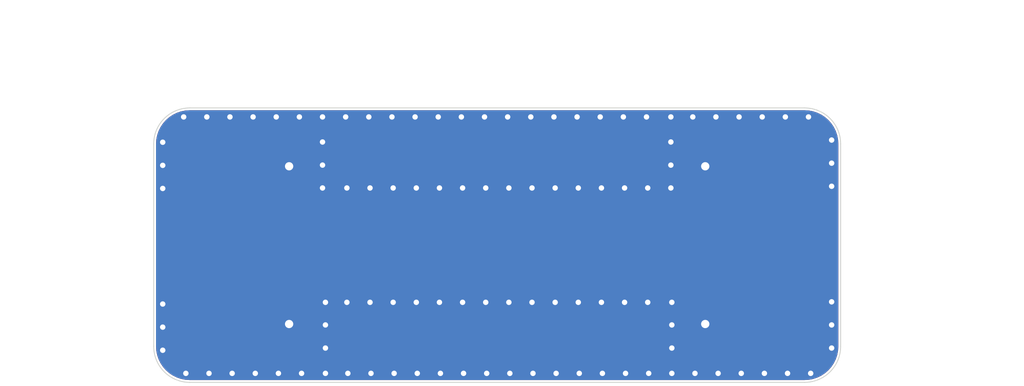
<source format=kicad_pcb>
(kicad_pcb (version 20240108) (generator "pcbnew") (generator_version "8.0")
  (layers (0 "F.Cu" signal) (31 "B.Cu" signal) (34 "B.Paste" user) (35 "F.Paste" user) (36 "B.SilkS" user "B.Silkscreen") (37 "F.SilkS" user "F.Silkscreen") (38 "B.Mask" user) (39 "F.Mask" user) (44 "Edge.Cuts" user))
  (net 0 "")
  (net 1 "GND")
  (net 2 "/thru_trace")
  (footprint "Connector_Coaxial:SMA_Molex_73251-1153_EdgeMount_Horizontal" (layer "F.Cu") (at 141.53 93.98 180)
    (property "Reference" "J2" (hide yes))
    (property "Value" "SMA_OUT" (hide yes))
    (pad "1" smd rect (at -1.72 0 180) (size 5.08 2.29) (layers "F.Cu" "F.Paste" "F.Mask") (net 2 "/thru_trace"))
    (pad "2" smd rect (at -1.72 -4.38 180) (size 5.08 2.42) (layers "F.Cu" "F.Paste" "F.Mask") (net 1 "GND"))
    (pad "2" smd rect (at -1.72 -4.38 180) (size 5.08 2.42) (layers "B.Cu" "B.Paste" "B.Mask") (net 1 "GND"))
    (pad "2" smd rect (at -1.72 4.38 180) (size 5.08 2.42) (layers "F.Cu" "F.Paste" "F.Mask") (net 1 "GND"))
    (pad "2" smd rect (at -1.72 4.38 180) (size 5.08 2.42) (layers "B.Cu" "B.Paste" "B.Mask") (net 1 "GND"))
    (pad "2" smd rect (at 1.27 -4.38 180) (size 0.95 0.46) (layers "F.Cu") (net 1 "GND"))
    (pad "2" smd rect (at 1.27 -4.38 180) (size 0.95 0.46) (layers "B.Cu") (net 1 "GND"))
    (pad "2" smd rect (at 1.27 4.38 180) (size 0.95 0.46) (layers "F.Cu") (net 1 "GND"))
    (pad "2" smd rect (at 1.27 4.38 180) (size 0.95 0.46) (layers "B.Cu") (net 1 "GND"))
    (pad "2" thru_hole circle (at 1.72 -4.38 180) (size 0.97 0.97) (drill 0.46) (layers "*.Cu") (net 1 "GND"))
    (pad "2" thru_hole circle (at 1.72 4.38 180) (size 0.97 0.97) (drill 0.46) (layers "*.Cu") (net 1 "GND"))
  )
  (footprint "Connector_Coaxial:SMA_Molex_73251-1153_EdgeMount_Horizontal" (layer "F.Cu") (at 115.01 93.98)
    (property "Reference" "J1" (hide yes))
    (property "Value" "SMA_IN" (hide yes))
    (pad "1" smd rect (at -1.72 0) (size 5.08 2.29) (layers "F.Cu" "F.Paste" "F.Mask") (net 2 "/thru_trace"))
    (pad "2" smd rect (at -1.72 -4.38) (size 5.08 2.42) (layers "F.Cu" "F.Paste" "F.Mask") (net 1 "GND"))
    (pad "2" smd rect (at -1.72 -4.38) (size 5.08 2.42) (layers "B.Cu" "B.Paste" "B.Mask") (net 1 "GND"))
    (pad "2" smd rect (at -1.72 4.38) (size 5.08 2.42) (layers "F.Cu" "F.Paste" "F.Mask") (net 1 "GND"))
    (pad "2" smd rect (at -1.72 4.38) (size 5.08 2.42) (layers "B.Cu" "B.Paste" "B.Mask") (net 1 "GND"))
    (pad "2" smd rect (at 1.27 -4.38) (size 0.95 0.46) (layers "F.Cu") (net 1 "GND"))
    (pad "2" smd rect (at 1.27 -4.38) (size 0.95 0.46) (layers "B.Cu") (net 1 "GND"))
    (pad "2" smd rect (at 1.27 4.38) (size 0.95 0.46) (layers "F.Cu") (net 1 "GND"))
    (pad "2" smd rect (at 1.27 4.38) (size 0.95 0.46) (layers "B.Cu") (net 1 "GND"))
    (pad "2" thru_hole circle (at 1.72 -4.38) (size 0.97 0.97) (drill 0.46) (layers "*.Cu") (net 1 "GND"))
    (pad "2" thru_hole circle (at 1.72 4.38) (size 0.97 0.97) (drill 0.46) (layers "*.Cu") (net 1 "GND"))
  )
  (gr_line (start 145.32 101.6) (end 111.22 101.6) (stroke (width 0.05)) (layer "Edge.Cuts"))
  (gr_arc (start 109.22 88.36) (mid 109.805786 86.945786) (end 111.22 86.36) (stroke (width 0.05)) (layer "Edge.Cuts"))
  (gr_arc (start 111.22 101.6) (mid 109.805786 101.014214) (end 109.22 99.6) (stroke (width 0.05)) (layer "Edge.Cuts"))
  (gr_line (start 109.22 99.6) (end 109.22 88.36) (stroke (width 0.05)) (layer "Edge.Cuts"))
  (gr_line (start 147.32 88.36) (end 147.32 99.6) (stroke (width 0.05)) (layer "Edge.Cuts"))
  (gr_line (start 111.22 86.36) (end 145.32 86.36) (stroke (width 0.05)) (layer "Edge.Cuts"))
  (gr_arc (start 147.32 99.6) (mid 146.734214 101.014214) (end 145.32 101.6) (stroke (width 0.05)) (layer "Edge.Cuts"))
  (gr_arc (start 145.32 86.36) (mid 146.734214 86.945786) (end 147.32 88.36) (stroke (width 0.05)) (layer "Edge.Cuts"))
  (via (at 118.583 90.805) (size 0.6) (drill 0.3) (layers "F.Cu" "B.Cu") (net 1))
  (via (at 134.0525 97.155) (size 0.6) (drill 0.3) (layers "F.Cu" "B.Cu") (net 1))
  (via (at 137.957 97.155) (size 0.6) (drill 0.3) (layers "F.Cu" "B.Cu") (net 1))
  (via (at 142.9695 86.86) (size 0.6) (drill 0.3) (layers "F.Cu" "B.Cu") (net 1))
  (via (at 131.4855 97.155) (size 0.6) (drill 0.3) (layers "F.Cu" "B.Cu") (net 1))
  (via (at 119.934 90.805) (size 0.6) (drill 0.3) (layers "F.Cu" "B.Cu") (net 1))
  (via (at 118.745 99.695) (size 0.6) (drill 0.3) (layers "F.Cu" "B.Cu") (net 1))
  (via (at 114.7325 86.86) (size 0.6) (drill 0.3) (layers "F.Cu" "B.Cu") (net 1))
  (via (at 146.82 97.128) (size 0.6) (drill 0.3) (layers "F.Cu" "B.Cu") (net 1))
  (via (at 122.4335 86.86) (size 0.6) (drill 0.3) (layers "F.Cu" "B.Cu") (net 1))
  (via (at 146.82 98.4115) (size 0.6) (drill 0.3) (layers "F.Cu" "B.Cu") (net 1))
  (via (at 134.1065 101.1) (size 0.6) (drill 0.3) (layers "F.Cu" "B.Cu") (net 1))
  (via (at 119.934 97.155) (size 0.6) (drill 0.3) (layers "F.Cu" "B.Cu") (net 1))
  (via (at 126.3515 97.155) (size 0.6) (drill 0.3) (layers "F.Cu" "B.Cu") (net 1))
  (via (at 109.72 88.265) (size 0.6) (drill 0.3) (layers "F.Cu" "B.Cu") (net 1))
  (via (at 135.2685 86.86) (size 0.6) (drill 0.3) (layers "F.Cu" "B.Cu") (net 1))
  (via (at 117.421 101.1) (size 0.6) (drill 0.3) (layers "F.Cu" "B.Cu") (net 1))
  (via (at 137.903 89.535) (size 0.6) (drill 0.3) (layers "F.Cu" "B.Cu") (net 1))
  (via (at 118.583 89.535) (size 0.6) (drill 0.3) (layers "F.Cu" "B.Cu") (net 1))
  (via (at 132.823 101.1) (size 0.6) (drill 0.3) (layers "F.Cu" "B.Cu") (net 1))
  (via (at 139.119 86.86) (size 0.6) (drill 0.3) (layers "F.Cu" "B.Cu") (net 1))
  (via (at 127.635 97.155) (size 0.6) (drill 0.3) (layers "F.Cu" "B.Cu") (net 1))
  (via (at 127.635 90.805) (size 0.6) (drill 0.3) (layers "F.Cu" "B.Cu") (net 1))
  (via (at 132.7015 86.86) (size 0.6) (drill 0.3) (layers "F.Cu" "B.Cu") (net 1))
  (via (at 118.583 88.2515) (size 0.6) (drill 0.3) (layers "F.Cu" "B.Cu") (net 1))
  (via (at 121.15 86.86) (size 0.6) (drill 0.3) (layers "F.Cu" "B.Cu") (net 1))
  (via (at 137.957 98.4115) (size 0.6) (drill 0.3) (layers "F.Cu" "B.Cu") (net 1))
  (via (at 135.336 97.155) (size 0.6) (drill 0.3) (layers "F.Cu" "B.Cu") (net 1))
  (via (at 137.957 99.695) (size 0.6) (drill 0.3) (layers "F.Cu" "B.Cu") (net 1))
  (via (at 136.552 86.86) (size 0.6) (drill 0.3) (layers "F.Cu" "B.Cu") (net 1))
  (via (at 113.449 86.86) (size 0.6) (drill 0.3) (layers "F.Cu" "B.Cu") (net 1))
  (via (at 125.0005 86.86) (size 0.6) (drill 0.3) (layers "F.Cu" "B.Cu") (net 1))
  (via (at 109.72 97.2495) (size 0.6) (drill 0.3) (layers "F.Cu" "B.Cu") (net 1))
  (via (at 126.284 86.86) (size 0.6) (drill 0.3) (layers "F.Cu" "B.Cu") (net 1))
  (via (at 118.745 98.4115) (size 0.6) (drill 0.3) (layers "F.Cu" "B.Cu") (net 1))
  (via (at 112.287 101.1) (size 0.6) (drill 0.3) (layers "F.Cu" "B.Cu") (net 1))
  (via (at 132.769 90.805) (size 0.6) (drill 0.3) (layers "F.Cu" "B.Cu") (net 1))
  (via (at 118.745 97.155) (size 0.6) (drill 0.3) (layers "F.Cu" "B.Cu") (net 1))
  (via (at 130.202 90.805) (size 0.6) (drill 0.3) (layers "F.Cu" "B.Cu") (net 1))
  (via (at 118.583 86.86) (size 0.6) (drill 0.3) (layers "F.Cu" "B.Cu") (net 1))
  (via (at 128.9185 97.155) (size 0.6) (drill 0.3) (layers "F.Cu" "B.Cu") (net 1))
  (via (at 143.091 101.1) (size 0.6) (drill 0.3) (layers "F.Cu" "B.Cu") (net 1))
  (via (at 140.524 101.1) (size 0.6) (drill 0.3) (layers "F.Cu" "B.Cu") (net 1))
  (via (at 126.4055 101.1) (size 0.6) (drill 0.3) (layers "F.Cu" "B.Cu") (net 1))
  (via (at 133.985 86.86) (size 0.6) (drill 0.3) (layers "F.Cu" "B.Cu") (net 1))
  (via (at 141.8075 101.1) (size 0.6) (drill 0.3) (layers "F.Cu" "B.Cu") (net 1))
  (via (at 130.202 97.155) (size 0.6) (drill 0.3) (layers "F.Cu" "B.Cu") (net 1))
  (via (at 141.686 86.86) (size 0.6) (drill 0.3) (layers "F.Cu" "B.Cu") (net 1))
  (via (at 116.016 86.86) (size 0.6) (drill 0.3) (layers "F.Cu" "B.Cu") (net 1))
  (via (at 146.82 88.1435) (size 0.6) (drill 0.3) (layers "F.Cu" "B.Cu") (net 1))
  (via (at 128.9185 90.805) (size 0.6) (drill 0.3) (layers "F.Cu" "B.Cu") (net 1))
  (via (at 134.0525 90.805) (size 0.6) (drill 0.3) (layers "F.Cu" "B.Cu") (net 1))
  (via (at 128.851 86.86) (size 0.6) (drill 0.3) (layers "F.Cu" "B.Cu") (net 1))
  (via (at 130.1345 86.86) (size 0.6) (drill 0.3) (layers "F.Cu" "B.Cu") (net 1))
  (via (at 119.988 101.1) (size 0.6) (drill 0.3) (layers "F.Cu" "B.Cu") (net 1))
  (via (at 131.4855 90.805) (size 0.6) (drill 0.3) (layers "F.Cu" "B.Cu") (net 1))
  (via (at 121.2175 97.155) (size 0.6) (drill 0.3) (layers "F.Cu" "B.Cu") (net 1))
  (via (at 140.4025 86.86) (size 0.6) (drill 0.3) (layers "F.Cu" "B.Cu") (net 1))
  (via (at 117.2995 86.86) (size 0.6) (drill 0.3) (layers "F.Cu" "B.Cu") (net 1))
  (via (at 128.9725 101.1) (size 0.6) (drill 0.3) (layers "F.Cu" "B.Cu") (net 1))
  (via (at 144.253 86.86) (size 0.6) (drill 0.3) (layers "F.Cu" "B.Cu") (net 1))
  (via (at 146.82 99.695) (size 0.6) (drill 0.3) (layers "F.Cu" "B.Cu") (net 1))
  (via (at 146.82 90.7105) (size 0.6) (drill 0.3) (layers "F.Cu" "B.Cu") (net 1))
  (via (at 135.336 90.805) (size 0.6) (drill 0.3) (layers "F.Cu" "B.Cu") (net 1))
  (via (at 116.1375 101.1) (size 0.6) (drill 0.3) (layers "F.Cu" "B.Cu") (net 1))
  (via (at 136.6195 97.155) (size 0.6) (drill 0.3) (layers "F.Cu" "B.Cu") (net 1))
  (via (at 126.3515 90.805) (size 0.6) (drill 0.3) (layers "F.Cu" "B.Cu") (net 1))
  (via (at 144.3745 101.1) (size 0.6) (drill 0.3) (layers "F.Cu" "B.Cu") (net 1))
  (via (at 119.8665 86.86) (size 0.6) (drill 0.3) (layers "F.Cu" "B.Cu") (net 1))
  (via (at 113.5705 101.1) (size 0.6) (drill 0.3) (layers "F.Cu" "B.Cu") (net 1))
  (via (at 139.2405 101.1) (size 0.6) (drill 0.3) (layers "F.Cu" "B.Cu") (net 1))
  (via (at 110.882 86.86) (size 0.6) (drill 0.3) (layers "F.Cu" "B.Cu") (net 1))
  (via (at 137.903 88.2515) (size 0.6) (drill 0.3) (layers "F.Cu" "B.Cu") (net 1))
  (via (at 145.658 101.1) (size 0.6) (drill 0.3) (layers "F.Cu" "B.Cu") (net 1))
  (via (at 123.7845 90.805) (size 0.6) (drill 0.3) (layers "F.Cu" "B.Cu") (net 1))
  (via (at 114.854 101.1) (size 0.6) (drill 0.3) (layers "F.Cu" "B.Cu") (net 1))
  (via (at 122.501 97.155) (size 0.6) (drill 0.3) (layers "F.Cu" "B.Cu") (net 1))
  (via (at 121.2715 101.1) (size 0.6) (drill 0.3) (layers "F.Cu" "B.Cu") (net 1))
  (via (at 131.418 86.86) (size 0.6) (drill 0.3) (layers "F.Cu" "B.Cu") (net 1))
  (via (at 122.501 90.805) (size 0.6) (drill 0.3) (layers "F.Cu" "B.Cu") (net 1))
  (via (at 125.068 97.155) (size 0.6) (drill 0.3) (layers "F.Cu" "B.Cu") (net 1))
  (via (at 131.5395 101.1) (size 0.6) (drill 0.3) (layers "F.Cu" "B.Cu") (net 1))
  (via (at 109.72 99.8165) (size 0.6) (drill 0.3) (layers "F.Cu" "B.Cu") (net 1))
  (via (at 109.72 90.832) (size 0.6) (drill 0.3) (layers "F.Cu" "B.Cu") (net 1))
  (via (at 127.5675 86.86) (size 0.6) (drill 0.3) (layers "F.Cu" "B.Cu") (net 1))
  (via (at 136.6735 101.1) (size 0.6) (drill 0.3) (layers "F.Cu" "B.Cu") (net 1))
  (via (at 137.957 101.1) (size 0.6) (drill 0.3) (layers "F.Cu" "B.Cu") (net 1))
  (via (at 130.256 101.1) (size 0.6) (drill 0.3) (layers "F.Cu" "B.Cu") (net 1))
  (via (at 109.72 89.5485) (size 0.6) (drill 0.3) (layers "F.Cu" "B.Cu") (net 1))
  (via (at 109.72 98.533) (size 0.6) (drill 0.3) (layers "F.Cu" "B.Cu") (net 1))
  (via (at 118.745 101.1) (size 0.6) (drill 0.3) (layers "F.Cu" "B.Cu") (net 1))
  (via (at 127.689 101.1) (size 0.6) (drill 0.3) (layers "F.Cu" "B.Cu") (net 1))
  (via (at 137.903 90.805) (size 0.6) (drill 0.3) (layers "F.Cu" "B.Cu") (net 1))
  (via (at 136.6195 90.805) (size 0.6) (drill 0.3) (layers "F.Cu" "B.Cu") (net 1))
  (via (at 145.5365 86.86) (size 0.6) (drill 0.3) (layers "F.Cu" "B.Cu") (net 1))
  (via (at 112.1655 86.86) (size 0.6) (drill 0.3) (layers "F.Cu" "B.Cu") (net 1))
  (via (at 125.122 101.1) (size 0.6) (drill 0.3) (layers "F.Cu" "B.Cu") (net 1))
  (via (at 135.39 101.1) (size 0.6) (drill 0.3) (layers "F.Cu" "B.Cu") (net 1))
  (via (at 125.068 90.805) (size 0.6) (drill 0.3) (layers "F.Cu" "B.Cu") (net 1))
  (via (at 123.7845 97.155) (size 0.6) (drill 0.3) (layers "F.Cu" "B.Cu") (net 1))
  (via (at 132.769 97.155) (size 0.6) (drill 0.3) (layers "F.Cu" "B.Cu") (net 1))
  (via (at 122.555 101.1) (size 0.6) (drill 0.3) (layers "F.Cu" "B.Cu") (net 1))
  (via (at 121.2175 90.805) (size 0.6) (drill 0.3) (layers "F.Cu" "B.Cu") (net 1))
  (via (at 123.8385 101.1) (size 0.6) (drill 0.3) (layers "F.Cu" "B.Cu") (net 1))
  (via (at 123.717 86.86) (size 0.6) (drill 0.3) (layers "F.Cu" "B.Cu") (net 1))
  (via (at 111.0035 101.1) (size 0.6) (drill 0.3) (layers "F.Cu" "B.Cu") (net 1))
  (via (at 146.82 89.427) (size 0.6) (drill 0.3) (layers "F.Cu" "B.Cu") (net 1))
  (via (at 137.903 86.86) (size 0.6) (drill 0.3) (layers "F.Cu" "B.Cu") (net 1))
  (segment (start 113.29 93.98) (end 143.25 93.98) (width 2.9) (layer "F.Cu") (net 2))
  (zone (net 1) (net_name "GND") (layers "F&B.Cu") (connect_pads yes (clearance 0.1524)) (min_thickness 0.1524) (fill yes (thermal_gap 0.5) (thermal_bridge_width 0.5))
    (polygon (pts (xy 147.32 86.36) (xy 147.32 101.6) (xy 109.22 101.6) (xy 109.22 86.36)))
  )
  (zone (net 0) (net_name "") (layers "F.Cu" "F.Mask") (connect_pads (clearance 0)) (min_thickness 0.25)
    (keepout (tracks allowed) (vias allowed) (pads allowed) (copperpour not_allowed) (footprints allowed))
    (fill (thermal_gap 0.5) (thermal_bridge_width 0.5))
    (polygon (pts (xy 107.7214 80.3656) (xy 157.5054 80.3656) (xy 157.5054 81.3816) (xy 107.7214 81.3816)))
  )
  (zone (net 0) (net_name "") (layers "F.Cu" "F.Mask") (connect_pads (clearance 0)) (min_thickness 0.25)
    (keepout (tracks allowed) (vias allowed) (pads allowed) (copperpour not_allowed) (footprints allowed))
    (fill (thermal_gap 0.5) (thermal_bridge_width 0.5))
    (polygon (pts (xy 107.7214 84.4296) (xy 157.5054 84.4296) (xy 157.5054 85.4456) (xy 107.7214 85.4456)))
  )
)
</source>
